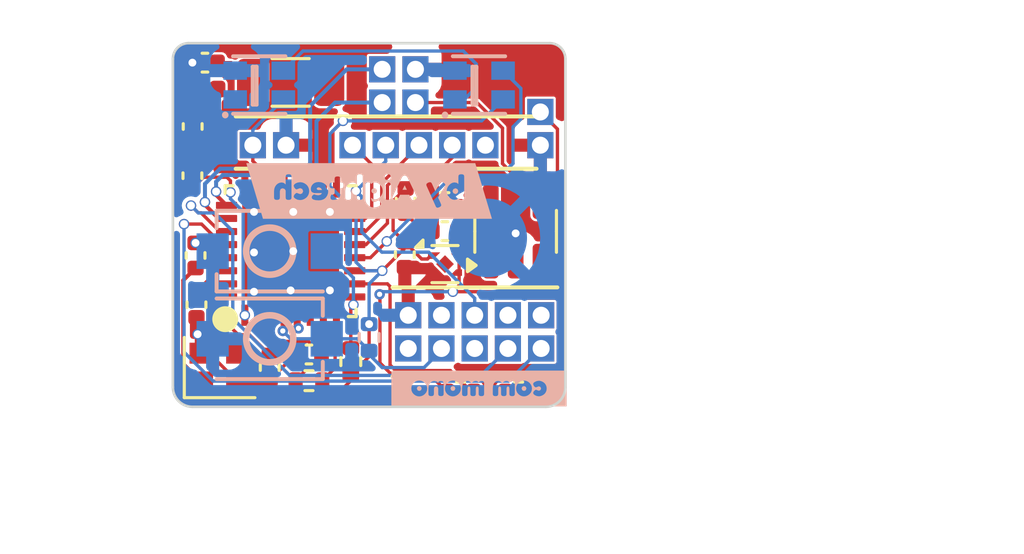
<source format=kicad_pcb>
(kicad_pcb (version 20240108) (generator "pcbnew") (generator_version "8.0")
  (title_block (title "Com. mono") (date "2024-09-02") (rev "1.0") (company "Aightech"))
  (layers (0 "F.Cu" signal "Front") (1 "In1.Cu" signal) (2 "In2.Cu" signal) (31 "B.Cu" signal "Back") (34 "B.Paste" user) (35 "F.Paste" user) (36 "B.SilkS" user "B.Silkscreen") (37 "F.SilkS" user "F.Silkscreen") (38 "B.Mask" user) (39 "F.Mask" user) (44 "Edge.Cuts" user))
  (net 0 "")
  (net 1 "GND")
  (net 2 "/antena")
  (net 3 "/PICO")
  (net 5 "/CSB")
  (net 6 "/extRef")
  (net 7 "/SPICS")
  (net 8 "+BATT")
  (net 9 "/LED_IN")
  (net 10 "+3.3V")
  (net 11 "/GPIO")
  (net 12 "/lna_in")
  (net 13 "/XTAL_N")
  (net 14 "/XTAL_P")
  (net 15 "/GPIO9")
  (net 16 "/GPIO8")
  (net 17 "/BAT_PRG")
  (net 18 "/ADC_BATT")
  (net 19 "Net-(U2-MTMS)")
  (net 20 "/ESP_EN")
  (net 21 "/USB_D-")
  (net 22 "/USB_D+")
  (net 23 "/U0RX")
  (net 24 "/U0TX")
  (net 25 "+5V")
  (net 26 "/STATUS_CHARGER")
  (net 28 "/EN_DRV")
  (net 32 "/PWM")
  (net 37 "Net-(LED1-DI)")
  (footprint "Connector_PinHeader_1.27mm:PinHeader_1x01_P1.27mm_Vertical" (layer "F.Cu") (at 31.585 25.395001 180)
    (property "Reference" "J4" (hide yes))
    (property "Value" "Conn_01x01_Pin" (hide yes))
    (pad "1" thru_hole rect (at 0 0 180) (size 1 1) (drill 0.65) (layers "*.Cu" "*.Mask") (net 25 "+5V"))
  )
  (footprint "Connector_PinHeader_1.27mm:PinHeader_1x01_P1.27mm_Vertical" (layer "F.Cu") (at 36.39 34.795)
    (property "Reference" "J17" (hide yes))
    (property "Value" "Conn_01x01_Pin" (hide yes))
    (pad "1" thru_hole rect (at 0 0) (size 1 1) (drill 0.65) (layers "*.Cu" "*.Mask") (net 24 "/U0TX"))
  )
  (footprint "Connector_PinHeader_1.27mm:PinHeader_1x01_P1.27mm_Vertical" (layer "F.Cu") (at 29.180001 27.025)
    (property "Reference" "J5" (hide yes))
    (property "Value" "Conn_01x01_Pin" (hide yes))
    (pad "1" thru_hole rect (at 0 0) (size 1 1) (drill 0.65) (layers "*.Cu" "*.Mask") (net 15 "/GPIO9"))
  )
  (footprint "Resistor_SMD:R_0402_1005Metric" (layer "F.Cu") (at 32.71 28.46)
    (property "Reference" "R2" (hide yes))
    (property "Value" "47.5k" (hide yes))
    (pad "1" smd roundrect (at -0.509999 0) (size 0.54 0.64) (layers "F.Cu" "F.Paste" "F.Mask") (net 1 "GND"))
    (pad "2" smd roundrect (at 0.509999 0) (size 0.54 0.64) (layers "F.Cu" "F.Paste" "F.Mask") (net 17 "/BAT_PRG"))
  )
  (footprint "00_custom-footprints:ESP32-C3FH4" (layer "F.Cu") (at 26.815 31.075 90)
    (property "Reference" "U2" (hide yes))
    (property "Value" "ESP32-C3FH4" (hide yes))
    (pad "1" smd roundrect (at -2.45 -1.749999 90) (size 0.81 0.27) (layers "F.Cu" "F.Paste" "F.Mask") (roundrect_rratio 0.03) (net 12 "/lna_in"))
    (pad "2" smd roundrect (at -2.45 -1.25 90) (size 0.81 0.27) (layers "F.Cu" "F.Paste" "F.Mask") (roundrect_rratio 0.03) (net 10 "+3.3V"))
    (pad "3" smd roundrect (at -2.450001 -0.75 90) (size 0.81 0.27) (layers "F.Cu" "F.Paste" "F.Mask") (roundrect_rratio 0.03) (net 10 "+3.3V"))
    (pad "4" smd roundrect (at -2.45 -0.25 90) (size 0.81 0.27) (layers "F.Cu" "F.Paste" "F.Mask") (roundrect_rratio 0.03) (net 11 "/GPIO"))
    (pad "5" smd roundrect (at -2.45 0.25 90) (size 0.81 0.27) (layers "F.Cu" "F.Paste" "F.Mask") (roundrect_rratio 0.03) (net 32 "/PWM"))
    (pad "6" smd roundrect (at -2.450001 0.75 90) (size 0.81 0.27) (layers "F.Cu" "F.Paste" "F.Mask") (roundrect_rratio 0.03) (net 20 "/ESP_EN"))
    (pad "7" smd roundrect (at -2.45 1.25 90) (size 0.81 0.27) (layers "F.Cu" "F.Paste" "F.Mask") (roundrect_rratio 0.03) (net 20 "/ESP_EN"))
    (pad "8" smd roundrect (at -2.45 1.749999 90) (size 0.81 0.27) (layers "F.Cu" "F.Paste" "F.Mask") (roundrect_rratio 0.03) (net 28 "/EN_DRV"))
    (pad "9" smd roundrect (at -1.749999 2.45 90) (size 0.27 0.81) (layers "F.Cu" "F.Paste" "F.Mask") (roundrect_rratio 0.1) (net 19 "Net-(U2-MTMS)"))
    (pad "10" smd roundrect (at -1.25 2.45 90) (size 0.27 0.81) (layers "F.Cu" "F.Paste" "F.Mask") (roundrect_rratio 0.1) (net 18 "/ADC_BATT"))
    (pad "11" smd roundrect (at -0.75 2.450001 90) (size 0.27 0.81) (layers "F.Cu" "F.Paste" "F.Mask") (roundrect_rratio 0.1) (net 10 "+3.3V"))
    (pad "12" smd roundrect (at -0.25 2.45 90) (size 0.27 0.81) (layers "F.Cu" "F.Paste" "F.Mask") (roundrect_rratio 0.1) (net 9 "/LED_IN"))
    (pad "13" smd roundrect (at 0.25 2.45 90) (size 0.27 0.81) (layers "F.Cu" "F.Paste" "F.Mask") (roundrect_rratio 0.1) (net 5 "/CSB"))
    (pad "14" smd roundrect (at 0.75 2.450001 90) (size 0.27 0.81) (layers "F.Cu" "F.Paste" "F.Mask") (roundrect_rratio 0.1) (net 16 "/GPIO8"))
    (pad "15" smd roundrect (at 1.25 2.45 90) (size 0.27 0.81) (layers "F.Cu" "F.Paste" "F.Mask") (roundrect_rratio 0.1) (net 15 "/GPIO9"))
    (pad "16" smd roundrect (at 1.749999 2.45 90) (size 0.27 0.81) (layers "F.Cu" "F.Paste" "F.Mask") (roundrect_rratio 0.1) (net 3 "/PICO"))
    (pad "17" smd roundrect (at 2.45 1.749999 90) (size 0.81 0.27) (layers "F.Cu" "F.Paste" "F.Mask") (roundrect_rratio 0.03) (net 10 "+3.3V"))
    (pad "18" smd roundrect (at 2.45 1.25 90) (size 0.81 0.27) (layers "F.Cu" "F.Paste" "F.Mask") (roundrect_rratio 0.03))
    (pad "19" smd roundrect (at 2.450001 0.75 90) (size 0.81 0.27) (layers "F.Cu" "F.Paste" "F.Mask") (roundrect_rratio 0.03))
    (pad "20" smd roundrect (at 2.45 0.25 90) (size 0.81 0.27) (layers "F.Cu" "F.Paste" "F.Mask") (roundrect_rratio 0.03))
    (pad "21" smd roundrect (at 2.45 -0.25 90) (size 0.81 0.27) (layers "F.Cu" "F.Paste" "F.Mask") (roundrect_rratio 0.03))
    (pad "22" smd roundrect (at 2.450001 -0.75 90) (size 0.81 0.27) (layers "F.Cu" "F.Paste" "F.Mask") (roundrect_rratio 0.03))
    (pad "23" smd roundrect (at 2.45 -1.25 90) (size 0.81 0.27) (layers "F.Cu" "F.Paste" "F.Mask") (roundrect_rratio 0.03))
    (pad "24" smd roundrect (at 2.45 -1.749999 90) (size 0.81 0.27) (layers "F.Cu" "F.Paste" "F.Mask") (roundrect_rratio 0.03))
    (pad "25" smd roundrect (at 1.749999 -2.45 90) (size 0.27 0.81) (layers "F.Cu" "F.Paste" "F.Mask") (roundrect_rratio 0.1) (net 21 "/USB_D-"))
    (pad "26" smd roundrect (at 1.25 -2.45 90) (size 0.27 0.81) (layers "F.Cu" "F.Paste" "F.Mask") (roundrect_rratio 0.1) (net 22 "/USB_D+"))
    (pad "27" smd roundrect (at 0.75 -2.450001 90) (size 0.27 0.81) (layers "F.Cu" "F.Paste" "F.Mask") (roundrect_rratio 0.1) (net 23 "/U0RX"))
    (pad "28" smd roundrect (at 0.25 -2.45 90) (size 0.27 0.81) (layers "F.Cu" "F.Paste" "F.Mask") (roundrect_rratio 0.1) (net 24 "/U0TX"))
    (pad "29" smd roundrect (at -0.25 -2.45 90) (size 0.27 0.81) (layers "F.Cu" "F.Paste" "F.Mask") (roundrect_rratio 0.1) (net 13 "/XTAL_N"))
    (pad "30" smd roundrect (at -0.75 -2.450001 90) (size 0.27 0.81) (layers "F.Cu" "F.Paste" "F.Mask") (roundrect_rratio 0.1) (net 14 "/XTAL_P"))
    (pad "31" smd roundrect (at -1.25 -2.45 90) (size 0.27 0.81) (layers "F.Cu" "F.Paste" "F.Mask") (roundrect_rratio 0.1) (net 10 "+3.3V"))
    (pad "32" smd roundrect (at -1.749999 -2.45 90) (size 0.27 0.81) (layers "F.Cu" "F.Paste" "F.Mask") (roundrect_rratio 0.1) (net 10 "+3.3V"))
    (pad "33" smd rect (at 0 0 90) (size 3.7 3.7) (layers "F.Cu" "F.Mask") (net 1 "GND"))
  )
  (footprint "Capacitor_SMD:C_0402_1005Metric" (layer "F.Cu") (at 31.21 29.16 -90)
    (property "Reference" "C10" (hide yes))
    (property "Value" "0.1uF" (hide yes))
    (pad "1" smd roundrect (at -0.48 0 270) (size 0.56 0.62) (layers "F.Cu" "F.Paste" "F.Mask") (net 10 "+3.3V"))
    (pad "2" smd roundrect (at 0.48 0 270) (size 0.56 0.62) (layers "F.Cu" "F.Paste" "F.Mask") (net 1 "GND"))
  )
  (footprint "Package_TO_SOT_SMD:SOT-23-5" (layer "F.Cu") (at 35.415 30.31875 90)
    (property "Reference" "U1" (hide yes))
    (property "Value" "MCP73831/2" (hide yes))
    (pad "1" smd roundrect (at -1.1375 -0.949999 90) (size 1.325 0.6) (layers "F.Cu" "F.Paste" "F.Mask") (net 26 "/STATUS_CHARGER"))
    (pad "2" smd roundrect (at -1.1375 0 90) (size 1.325 0.6) (layers "F.Cu" "F.Paste" "F.Mask") (net 1 "GND"))
    (pad "3" smd roundrect (at -1.1375 0.949999 90) (size 1.325 0.6) (layers "F.Cu" "F.Paste" "F.Mask") (net 8 "+BATT"))
    (pad "4" smd roundrect (at 1.1375 0.949999 90) (size 1.325 0.6) (layers "F.Cu" "F.Paste" "F.Mask") (net 25 "+5V"))
    (pad "5" smd roundrect (at 1.1375 -0.949999 90) (size 1.325 0.6) (layers "F.Cu" "F.Paste" "F.Mask") (net 17 "/BAT_PRG"))
  )
  (footprint "Capacitor_SMD:C_0402_1005Metric" (layer "F.Cu") (at 23.54 23.87 180)
    (property "Reference" "C1" (hide yes))
    (property "Value" "3.3pF" (hide yes))
    (pad "1" smd roundrect (at -0.48 0 180) (size 0.56 0.62) (layers "F.Cu" "F.Paste" "F.Mask") (net 2 "/antena"))
    (pad "2" smd roundrect (at 0.48 0 180) (size 0.56 0.62) (layers "F.Cu" "F.Paste" "F.Mask") (net 1 "GND"))
  )
  (footprint "Connector_PinHeader_1.27mm:PinHeader_1x01_P1.27mm_Vertical" (layer "F.Cu") (at 31.31 33.525)
    (property "Reference" "J22" (hide yes))
    (property "Value" "Conn_01x01_Pin" (hide yes))
    (pad "1" thru_hole rect (at 0 0) (size 1 1) (drill 0.65) (layers "*.Cu" "*.Mask") (net 1 "GND"))
  )
  (footprint "Inductor_SMD:L_0402_1005Metric" (layer "F.Cu") (at 23.54 24.88)
    (property "Reference" "L1" (hide yes))
    (property "Value" "2.2nH" (hide yes))
    (pad "1" smd roundrect (at -0.485 0) (size 0.59 0.64) (layers "F.Cu" "F.Paste" "F.Mask") (net 2 "/antena"))
    (pad "2" smd roundrect (at 0.485 0) (size 0.59 0.64) (layers "F.Cu" "F.Paste" "F.Mask") (net 12 "/lna_in"))
  )
  (footprint "Capacitor_SMD:C_0402_1005Metric" (layer "F.Cu") (at 32.71 29.39 180)
    (property "Reference" "C2" (hide yes))
    (property "Value" "1uF" (hide yes))
    (pad "1" smd roundrect (at -0.48 0 180) (size 0.56 0.62) (layers "F.Cu" "F.Paste" "F.Mask") (net 8 "+BATT"))
    (pad "2" smd roundrect (at 0.48 0 180) (size 0.56 0.62) (layers "F.Cu" "F.Paste" "F.Mask") (net 1 "GND"))
  )
  (footprint "Resistor_SMD:R_0402_1005Metric" (layer "F.Cu") (at 27.515 36.025 180)
    (property "Reference" "R5" (hide yes))
    (property "Value" "10k" (hide yes))
    (pad "1" smd roundrect (at -0.509999 0 180) (size 0.54 0.64) (layers "F.Cu" "F.Paste" "F.Mask") (net 20 "/ESP_EN"))
    (pad "2" smd roundrect (at 0.509999 0 180) (size 0.54 0.64) (layers "F.Cu" "F.Paste" "F.Mask") (net 10 "+3.3V"))
  )
  (footprint "Resistor_SMD:R_0402_1005Metric" (layer "F.Cu") (at 35.53 36.46)
    (property "Reference" "R6" (hide yes))
    (property "Value" "250K" (hide yes))
    (pad "1" smd roundrect (at -0.509999 0) (size 0.54 0.64) (layers "F.Cu" "F.Paste" "F.Mask") (net 18 "/ADC_BATT"))
    (pad "2" smd roundrect (at 0.509999 0) (size 0.54 0.64) (layers "F.Cu" "F.Paste" "F.Mask") (net 1 "GND"))
  )
  (footprint "Capacitor_SMD:C_0402_1005Metric" (layer "F.Cu") (at 31.18 31.21 -90)
    (property "Reference" "C9" (hide yes))
    (property "Value" "1uF" (hide yes))
    (pad "1" smd roundrect (at -0.48 0 270) (size 0.56 0.62) (layers "F.Cu" "F.Paste" "F.Mask") (net 10 "+3.3V"))
    (pad "2" smd roundrect (at 0.48 0 270) (size 0.56 0.62) (layers "F.Cu" "F.Paste" "F.Mask") (net 1 "GND"))
  )
  (footprint "Connector_PinHeader_1.27mm:PinHeader_1x01_P1.27mm_Vertical" (layer "F.Cu") (at 26.640001 27.025 180)
    (property "Reference" "J2" (hide yes))
    (property "Value" "Conn_01x01_Pin" (hide yes))
    (pad "1" thru_hole rect (at 0 0 180) (size 1 1) (drill 0.65) (layers "*.Cu" "*.Mask") (net 1 "GND"))
  )
  (footprint "Connector_PinHeader_1.27mm:PinHeader_1x01_P1.27mm_Vertical" (layer "F.Cu") (at 35.12 33.525 180)
    (property "Reference" "J12" (hide yes))
    (property "Value" "Conn_01x01_Pin" (hide yes))
    (pad "1" thru_hole rect (at 0 0 180) (size 1 1) (drill 0.65) (layers "*.Cu" "*.Mask") (net 15 "/GPIO9"))
  )
  (footprint "Connector_PinHeader_1.27mm:PinHeader_1x01_P1.27mm_Vertical" (layer "F.Cu") (at 32.990001 27.025)
    (property "Reference" "J8" (hide yes))
    (property "Value" "Conn_01x01_Pin" (hide yes))
    (pad "1" thru_hole rect (at 0 0) (size 1 1) (drill 0.65) (layers "*.Cu" "*.Mask") (net 5 "/CSB"))
  )
  (footprint "Connector_PinHeader_1.27mm:PinHeader_1x01_P1.27mm_Vertical" (layer "F.Cu") (at 25.370001 27.025)
    (property "Reference" "J1" (hide yes))
    (property "Value" "Conn_01x01_Pin" (hide yes))
    (pad "1" thru_hole rect (at 0 0) (size 1 1) (drill 0.65) (layers "*.Cu" "*.Mask") (net 10 "+3.3V"))
  )
  (footprint "Connector_PinHeader_1.27mm:PinHeader_1x01_P1.27mm_Vertical" (layer "F.Cu") (at 30.315 25.395)
    (property "Reference" "J23" (hide yes))
    (property "Value" "Conn_01x01_Pin" (hide yes))
    (pad "1" thru_hole rect (at 0 0) (size 1 1) (drill 0.65) (layers "*.Cu" "*.Mask") (net 21 "/USB_D-"))
  )
  (footprint "Connector_PinHeader_1.27mm:PinHeader_1x01_P1.27mm_Vertical" (layer "F.Cu") (at 33.85 34.795)
    (property "Reference" "J15" (hide yes))
    (property "Value" "Conn_01x01_Pin" (hide yes))
    (pad "1" thru_hole rect (at 0 0) (size 1 1) (drill 0.65) (layers "*.Cu" "*.Mask") (net 7 "/SPICS"))
  )
  (footprint "Connector_PinHeader_1.27mm:PinHeader_1x01_P1.27mm_Vertical" (layer "F.Cu") (at 36.360001 25.755 180)
    (property "Reference" "J24" (hide yes))
    (property "Value" "Conn_01x01_Pin" (hide yes))
    (pad "1" thru_hole rect (at 0 0 180) (size 1 1) (drill 0.65) (layers "*.Cu" "*.Mask") (net 8 "+BATT"))
  )
  (footprint "Connector_PinHeader_1.27mm:PinHeader_1x01_P1.27mm_Vertical" (layer "F.Cu") (at 32.58 33.525 180)
    (property "Reference" "J14" (hide yes))
    (property "Value" "Conn_01x01_Pin" (hide yes))
    (pad "1" thru_hole rect (at 0 0 180) (size 1 1) (drill 0.65) (layers "*.Cu" "*.Mask") (net 16 "/GPIO8"))
  )
  (footprint "Capacitor_SMD:C_0402_1005Metric" (layer "F.Cu") (at 23.07 26.31 -90)
    (property "Reference" "C12" (hide yes))
    (property "Value" "3.3pF" (hide yes))
    (pad "1" smd roundrect (at -0.48 0 270) (size 0.56 0.62) (layers "F.Cu" "F.Paste" "F.Mask") (net 2 "/antena"))
    (pad "2" smd roundrect (at 0.48 0 270) (size 0.56 0.62) (layers "F.Cu" "F.Paste" "F.Mask") (net 12 "/lna_in"))
  )
  (footprint "Capacitor_SMD:C_0402_1005Metric" (layer "F.Cu") (at 23.06 28.19 90)
    (property "Reference" "C3" (hide yes))
    (property "Value" "3.3pF" (hide yes))
    (pad "1" smd roundrect (at -0.48 0 90) (size 0.56 0.62) (layers "F.Cu" "F.Paste" "F.Mask") (net 12 "/lna_in"))
    (pad "2" smd roundrect (at 0.48 0 90) (size 0.56 0.62) (layers "F.Cu" "F.Paste" "F.Mask") (net 1 "GND"))
  )
  (footprint "Connector_PinHeader_1.27mm:PinHeader_1x01_P1.27mm_Vertical" (layer "F.Cu") (at 31.585 24.125 180)
    (property "Reference" "J26" (hide yes))
    (property "Value" "Conn_01x01_Pin" (hide yes))
    (pad "1" thru_hole rect (at 0 0 180) (size 1 1) (drill 0.65) (layers "*.Cu" "*.Mask") (net 1 "GND"))
  )
  (footprint "Connector_PinHeader_1.27mm:PinHeader_1x01_P1.27mm_Vertical" (layer "F.Cu") (at 31.31 34.795)
    (property "Reference" "J18" (hide yes))
    (property "Value" "Conn_01x01_Pin" (hide yes))
    (pad "1" thru_hole rect (at 0 0) (size 1 1) (drill 0.65) (layers "*.Cu" "*.Mask") (net 32 "/PWM"))
  )
  (footprint "Connector_PinHeader_1.27mm:PinHeader_1x01_P1.27mm_Vertical" (layer "F.Cu") (at 33.850001 33.525 180)
    (property "Reference" "J13" (hide yes))
    (property "Value" "Conn_01x01_Pin" (hide yes))
    (pad "1" thru_hole rect (at 0 0 180) (size 1 1) (drill 0.65) (layers "*.Cu" "*.Mask") (net 3 "/PICO"))
  )
  (footprint "Connector_PinHeader_1.27mm:PinHeader_1x01_P1.27mm_Vertical" (layer "F.Cu") (at 30.315 24.125)
    (property "Reference" "J10" (hide yes))
    (property "Value" "Conn_01x01_Pin" (hide yes))
    (pad "1" thru_hole rect (at 0 0) (size 1 1) (drill 0.65) (layers "*.Cu" "*.Mask") (net 22 "/USB_D+"))
  )
  (footprint "Capacitor_SMD:C_0402_1005Metric" (layer "F.Cu") (at 26.015 35.525 -90)
    (property "Reference" "C7" (hide yes))
    (property "Value" "0.1uF" (hide yes))
    (pad "1" smd roundrect (at -0.48 0 270) (size 0.56 0.62) (layers "F.Cu" "F.Paste" "F.Mask") (net 10 "+3.3V"))
    (pad "2" smd roundrect (at 0.48 0 270) (size 0.56 0.62) (layers "F.Cu" "F.Paste" "F.Mask") (net 1 "GND"))
  )
  (footprint "Connector_PinHeader_1.27mm:PinHeader_1x01_P1.27mm_Vertical" (layer "F.Cu") (at 31.720001 27.025)
    (property "Reference" "J7" (hide yes))
    (property "Value" "Conn_01x01_Pin" (hide yes))
    (pad "1" thru_hole rect (at 0 0) (size 1 1) (drill 0.65) (layers "*.Cu" "*.Mask") (net 16 "/GPIO8"))
  )
  (footprint "Connector_PinHeader_1.27mm:PinHeader_1x01_P1.27mm_Vertical" (layer "F.Cu") (at 32.58 34.795)
    (property "Reference" "J21" (hide yes))
    (property "Value" "Conn_01x01_Pin" (hide yes))
    (pad "1" thru_hole rect (at 0 0) (size 1 1) (drill 0.65) (layers "*.Cu" "*.Mask") (net 11 "/GPIO"))
  )
  (footprint "Capacitor_SMD:C_0402_1005Metric" (layer "F.Cu") (at 27.515 35.025 180)
    (property "Reference" "C6" (hide yes))
    (property "Value" "10uF" (hide yes))
    (pad "1" smd roundrect (at -0.48 0 180) (size 0.56 0.62) (layers "F.Cu" "F.Paste" "F.Mask") (net 10 "+3.3V"))
    (pad "2" smd roundrect (at 0.48 0 180) (size 0.56 0.62) (layers "F.Cu" "F.Paste" "F.Mask") (net 1 "GND"))
  )
  (footprint "Connector_PinHeader_1.27mm:PinHeader_1x01_P1.27mm_Vertical" (layer "F.Cu") (at 35.12 34.795)
    (property "Reference" "J16" (hide yes))
    (property "Value" "Conn_01x01_Pin" (hide yes))
    (pad "1" thru_hole rect (at 0 0) (size 1 1) (drill 0.65) (layers "*.Cu" "*.Mask") (net 23 "/U0RX"))
  )
  (footprint "Resistor_SMD:R_0402_1005Metric" (layer "F.Cu") (at 33.31 36.46 180)
    (property "Reference" "R3" (hide yes))
    (property "Value" "1M" (hide yes))
    (pad "1" smd roundrect (at -0.509999 0 180) (size 0.54 0.64) (layers "F.Cu" "F.Paste" "F.Mask") (net 18 "/ADC_BATT"))
    (pad "2" smd roundrect (at 0.509999 0 180) (size 0.54 0.64) (layers "F.Cu" "F.Paste" "F.Mask") (net 8 "+BATT"))
  )
  (footprint "Resistor_SMD:R_0402_1005Metric" (layer "F.Cu") (at 29.115 35.295 90)
    (property "Reference" "R4" (hide yes))
    (property "Value" "10k" (hide yes))
    (pad "1" smd roundrect (at -0.509999 0 90) (size 0.54 0.64) (layers "F.Cu" "F.Paste" "F.Mask") (net 10 "+3.3V"))
    (pad "2" smd roundrect (at 0.509999 0 90) (size 0.54 0.64) (layers "F.Cu" "F.Paste" "F.Mask") (net 19 "Net-(U2-MTMS)"))
  )
  (footprint "Capacitor_SMD:C_0402_1005Metric" (layer "F.Cu") (at 23.18 31.24 90)
    (property "Reference" "C4" (hide yes))
    (property "Value" "22pF" (hide yes))
    (pad "1" smd roundrect (at -0.48 0 90) (size 0.56 0.62) (layers "F.Cu" "F.Paste" "F.Mask") (net 13 "/XTAL_N"))
    (pad "2" smd roundrect (at 0.48 0 90) (size 0.56 0.62) (layers "F.Cu" "F.Paste" "F.Mask") (net 1 "GND"))
  )
  (footprint "Package_DFN_QFN:UDFN-4-1EP_1x1mm_P0.65mm_EP0.48x0.48mm" (layer "F.Cu") (at 32.715 31.57)
    (property "Reference" "U3" (hide yes))
    (property "Value" "MIC5504" (hide yes))
    (pad "1" smd custom (at -0.54 -0.325) (size 0.22 0.25) (layers "F.Cu" "F.Paste" "F.Mask") (net 10 "+3.3V") (options (clearance outline) (anchor rect)) (primitives (gr_poly (pts (xy 0.11 0.125) (xy 0.11 -0.125) (xy 0.36 -0.125)) (width 0) (fill yes))))
    (pad "2" smd custom (at -0.54 0.325) (size 0.22 0.25) (layers "F.Cu" "F.Paste" "F.Mask") (net 1 "GND") (options (clearance outline) (anchor rect)) (primitives (gr_poly (pts (xy 0.29 0.055) (xy 0.29 0.125) (xy 0.11 0.125) (xy 0.11 -0.125)) (width 0) (fill yes))))
    (pad "3" smd custom (at 0.54 0.325) (size 0.22 0.25) (layers "F.Cu" "F.Paste" "F.Mask") (net 8 "+BATT") (options (clearance outline) (anchor rect)) (primitives (gr_poly (pts (xy -0.11 0.125) (xy -0.29 0.125) (xy -0.29 0.055) (xy -0.11 -0.125)) (width 0) (fill yes))))
    (pad "4" smd custom (at 0.54 -0.325) (size 0.22 0.25) (layers "F.Cu" "F.Paste" "F.Mask") (net 8 "+BATT") (options (clearance outline) (anchor rect)) (primitives (gr_poly (pts (xy -0.11 0.125) (xy -0.29 -0.055) (xy -0.29 -0.125) (xy -0.11 -0.125)) (width 0) (fill yes))))
    (pad "5" smd rect (at 0 0 45) (size 0.48 0.48) (layers "F.Cu" "F.Paste" "F.Mask"))
  )
  (footprint "Crystal:Crystal_SMD_2016-4Pin_2.0x1.6mm" (layer "F.Cu") (at 24.100001 35.525)
    (property "Reference" "Y1" (hide yes))
    (property "Value" "XTAL_40MHz" (hide yes))
    (pad "1" smd rect (at -0.7 0.55) (size 0.9 0.8) (layers "F.Cu" "F.Paste" "F.Mask") (net 13 "/XTAL_N"))
    (pad "2" smd rect (at 0.7 0.55) (size 0.9 0.8) (layers "F.Cu" "F.Paste" "F.Mask") (net 1 "GND"))
    (pad "3" smd rect (at 0.7 -0.55) (size 0.9 0.8) (layers "F.Cu" "F.Paste" "F.Mask") (net 14 "/XTAL_P"))
    (pad "4" smd rect (at -0.7 -0.55) (size 0.9 0.8) (layers "F.Cu" "F.Paste" "F.Mask") (net 1 "GND"))
  )
  (footprint "Connector_PinHeader_1.27mm:PinHeader_1x01_P1.27mm_Vertical" (layer "F.Cu") (at 36.39 33.525 180)
    (property "Reference" "J11" (hide yes))
    (property "Value" "Conn_01x01_Pin" (hide yes))
    (pad "1" thru_hole rect (at 0 0 180) (size 1 1) (drill 0.65) (layers "*.Cu" "*.Mask") (net 10 "+3.3V"))
  )
  (footprint "Connector_PinHeader_1.27mm:PinHeader_1x01_P1.27mm_Vertical" (layer "F.Cu") (at 36.360001 27.025)
    (property "Reference" "J25" (hide yes))
    (property "Value" "Conn_01x01_Pin" (hide yes))
    (pad "1" thru_hole rect (at 0 0) (size 1 1) (drill 0.65) (layers "*.Cu" "*.Mask") (net 1 "GND"))
  )
  (footprint "Capacitor_SMD:C_0402_1005Metric" (layer "F.Cu") (at 32.71 30.31 180)
    (property "Reference" "C8" (hide yes))
    (property "Value" "1uF" (hide yes))
    (pad "1" smd roundrect (at -0.48 0 180) (size 0.56 0.62) (layers "F.Cu" "F.Paste" "F.Mask") (net 8 "+BATT"))
    (pad "2" smd roundrect (at 0.48 0 180) (size 0.56 0.62) (layers "F.Cu" "F.Paste" "F.Mask") (net 1 "GND"))
  )
  (footprint "Capacitor_SMD:C_0402_1005Metric" (layer "F.Cu") (at 23.215 33.125 -90)
    (property "Reference" "C5" (hide yes))
    (property "Value" "22pF" (hide yes))
    (pad "1" smd roundrect (at -0.48 0 270) (size 0.56 0.62) (layers "F.Cu" "F.Paste" "F.Mask") (net 14 "/XTAL_P"))
    (pad "2" smd roundrect (at 0.48 0 270) (size 0.56 0.62) (layers "F.Cu" "F.Paste" "F.Mask") (net 1 "GND"))
  )
  (footprint "Connector_PinHeader_1.27mm:PinHeader_1x01_P1.27mm_Vertical" (layer "F.Cu") (at 30.450001 27.025)
    (property "Reference" "J6" (hide yes))
    (property "Value" "Conn_01x01_Pin" (hide yes))
    (pad "1" thru_hole rect (at 0 0) (size 1 1) (drill 0.65) (layers "*.Cu" "*.Mask") (net 3 "/PICO"))
  )
  (footprint "Connector_PinHeader_1.27mm:PinHeader_1x01_P1.27mm_Vertical" (layer "F.Cu") (at 34.260001 27.025)
    (property "Reference" "J9" (hide yes))
    (property "Value" "Conn_01x01_Pin" (hide yes))
    (pad "1" thru_hole rect (at 0 0) (size 1 1) (drill 0.65) (layers "*.Cu" "*.Mask") (net 6 "/extRef"))
  )
  (footprint "Capacitor_SMD:C_1206_3216Metric" (layer "F.Cu") (at 26.815 24.625)
    (property "Reference" "AE1" (hide yes))
    (property "Value" "Antenna_Chip" (hide yes))
    (pad "1" smd roundrect (at -1.475001 0) (size 1.15 1.8) (layers "F.Cu" "F.Paste" "F.Mask") (roundrect_rratio 0.217391) (net 2 "/antena"))
    (pad "2" smd roundrect (at 1.475001 0) (size 1.15 1.8) (layers "F.Cu" "F.Paste" "F.Mask") (roundrect_rratio 0.217391))
  )
  (footprint "kibuzzard-66D6133A" (layer "B.Cu") (at 34.015 36.325 180)
    (property "Reference" "kibuzzard-66D6133A" (hide yes))
    (property "Value" "G***" (hide yes))
  )
  (footprint "00_lcsc:LED-SMD_4P-L2.0-W2.0-TL_WS2812B-2020" (layer "B.Cu") (at 25.615 24.725)
    (property "Reference" "LED1" (hide yes))
    (property "Value" "WS2812C-2020-V1" (hide yes))
    (pad "1" smd rect (at -0.92 0.55) (size 0.9 0.7) (layers "B.Cu" "B.Paste" "B.Mask"))
    (pad "2" smd rect (at -0.92 -0.55) (size 0.9 0.7) (layers "B.Cu" "B.Paste" "B.Mask") (net 1 "GND"))
    (pad "3" smd rect (at 0.92 -0.55) (size 0.9 0.7) (layers "B.Cu" "B.Paste" "B.Mask") (net 37 "Net-(LED1-DI)"))
    (pad "4" smd rect (at 0.92 0.55) (size 0.9 0.7) (layers "B.Cu" "B.Paste" "B.Mask") (net 10 "+3.3V"))
  )
  (footprint "00_Custom:insert_1.2mm" (layer "B.Cu") (at 34.349999 30.56875 180)
    (property "Reference" "I1" (hide yes))
    (property "Value" "smd_insert" (hide yes))
    (pad "1" smd circle (at 0 0 180) (size 3 3) (layers "B.Cu" "B.Mask") (net 1 "GND"))
  )
  (footprint "00_lcsc:LED-SMD_4P-L2.0-W2.0-TL_WS2812B-2020" (layer "B.Cu") (at 34.015 24.725)
    (property "Reference" "LED2" (hide yes))
    (property "Value" "WS2812C" (hide yes))
    (pad "1" smd rect (at -0.92 0.55) (size 0.9 0.7) (layers "B.Cu" "B.Paste" "B.Mask") (net 37 "Net-(LED1-DI)"))
    (pad "2" smd rect (at -0.92 -0.55) (size 0.9 0.7) (layers "B.Cu" "B.Paste" "B.Mask") (net 1 "GND"))
    (pad "3" smd rect (at 0.92 -0.55) (size 0.9 0.7) (layers "B.Cu" "B.Paste" "B.Mask") (net 9 "/LED_IN"))
    (pad "4" smd rect (at 0.92 0.55) (size 0.9 0.7) (layers "B.Cu" "B.Paste" "B.Mask") (net 10 "+3.3V"))
  )
  (footprint "Resistor_SMD:R_0402_1005Metric" (layer "B.Cu") (at 29.815 34.375 -90)
    (property "Reference" "R1" (hide yes))
    (property "Value" "10K" (hide yes))
    (pad "1" smd roundrect (at -0.509999 0 270) (size 0.54 0.64) (layers "B.Cu" "B.Paste" "B.Mask") (net 10 "+3.3V"))
    (pad "2" smd roundrect (at 0.509999 0 270) (size 0.54 0.64) (layers "B.Cu" "B.Paste" "B.Mask") (net 11 "/GPIO"))
  )
  (footprint "00_lcsc:SW-SMD_L3.9-W3.0-P4.45" (layer "B.Cu") (at 26.015 31.075)
    (property "Reference" "SW2" (hide yes))
    (property "Value" "~" (hide yes))
    (pad "1" smd rect (at -2.18 0) (size 1.23 1.36) (layers "B.Cu" "B.Paste" "B.Mask") (net 1 "GND"))
    (pad "2" smd rect (at 2.18 0) (size 1.23 1.36) (layers "B.Cu" "B.Paste" "B.Mask") (net 19 "Net-(U2-MTMS)"))
  )
  (footprint "kibuzzard-658C2757" (layer "B.Cu") (at 29.815 28.775 180)
    (property "Reference" "kibuzzard-658C2757" (hide yes))
    (property "Value" "G***" (hide yes))
  )
  (footprint "00_lcsc:SW-SMD_L3.9-W3.0-P4.45" (layer "B.Cu") (at 26.015 34.425 180)
    (property "Reference" "SW1" (hide yes))
    (property "Value" "TS-1088R-02026" (hide yes))
    (pad "1" smd rect (at -2.18 0 180) (size 1.23 1.36) (layers "B.Cu" "B.Paste" "B.Mask") (net 11 "/GPIO"))
    (pad "2" smd rect (at 2.18 0 180) (size 1.23 1.36) (layers "B.Cu" "B.Paste" "B.Mask") (net 1 "GND"))
  )
  (gr_line (start 30.71 32.46) (end 37.01 32.46) (stroke (width 0.1524)) (layer "F.SilkS"))
  (gr_line (start 30.71 35.86) (end 37.01 35.86) (stroke (width 0.1524)) (layer "F.SilkS"))
  (gr_line (start 24.715 25.925) (end 36.215 25.925) (stroke (width 0.1524)) (layer "F.SilkS"))
  (gr_line (start 24.715 27.925) (end 36.215 27.925) (stroke (width 0.1524)) (layer "F.SilkS"))
  (gr_line (start 22.315 23.725) (end 22.315001 36.275) (stroke (width 0.1)) (layer "Edge.Cuts"))
  (gr_line (start 36.715 23.125) (end 22.915 23.125) (stroke (width 0.1)) (layer "Edge.Cuts"))
  (gr_line (start 23.065 37.025) (end 36.565 37.025) (stroke (width 0.1)) (layer "Edge.Cuts"))
  (gr_arc (start 37.315 36.275) (mid 37.09533 36.80533) (end 36.565 37.025) (stroke (width 0.1)) (layer "Edge.Cuts"))
  (gr_arc (start 23.065 37.025) (mid 22.53467 36.80533) (end 22.315001 36.275) (stroke (width 0.1)) (layer "Edge.Cuts"))
  (gr_line (start 37.315 23.725) (end 37.315 36.275) (stroke (width 0.1)) (layer "Edge.Cuts"))
  (gr_arc (start 36.715 23.125) (mid 37.139264 23.300736) (end 37.315 23.725) (stroke (width 0.1)) (layer "Edge.Cuts"))
  (gr_arc (start 22.315 23.725) (mid 22.490736 23.300736) (end 22.915 23.125) (stroke (width 0.1)) (layer "Edge.Cuts"))
  (segment (start 25.945 36.075) (end 26.015 36.005) (width 0.127) (layer "F.Cu") (net 1))
  (segment (start 32.23 30.31) (end 32.23 29.39) (width 0.127) (layer "F.Cu") (net 1))
  (segment (start 26.515 25.925) (end 26.640001 26.050001) (width 0.127) (layer "F.Cu") (net 1))
  (segment (start 23.06 27.71) (end 23.17 27.71) (width 0.127) (layer "F.Cu") (net 1))
  (segment (start 34.339621 27.96) (end 35.415 29.035379) (width 0.127) (layer "F.Cu") (net 1))
  (segment (start 26.995 35.025) (end 27.035 35.025) (width 0.127) (layer "F.Cu") (net 1))
  (segment (start 23.26 34.25) (end 23.215 34.205) (width 0.127) (layer "F.Cu") (net 1))
  (segment (start 31.88 30.31) (end 32.23 30.31) (width 0.127) (layer "F.Cu") (net 1))
  (segment (start 26.640001 26.050001) (end 26.640001 27.025) (width 0.127) (layer "F.Cu") (net 1))
  (segment (start 32.46 28.46) (end 32.96 27.96) (width 0.127) (layer "F.Cu") (net 1))
  (segment (start 32.96 27.96) (end 34.339621 27.96) (width 0.127) (layer "F.Cu") (net 1))
  (segment (start 31.21 29.64) (end 31.88 30.31) (width 0.127) (layer "F.Cu") (net 1))
  (segment (start 23.17 27.71) (end 24.955 25.925) (width 0.127) (layer "F.Cu") (net 1))
  (segment (start 35.415 31.45625) (end 35.415 30.395) (width 0.127) (layer "F.Cu") (net 1))
  (segment (start 32.200001 28.46) (end 32.46 28.46) (width 0.127) (layer "F.Cu") (net 1))
  (segment (start 31.18 31.69) (end 31.385 31.895) (width 0.127) (layer "F.Cu") (net 1))
  (segment (start 32.200001 28.46) (end 32.200001 29.360001) (width 0.127) (layer "F.Cu") (net 1))
  (segment (start 26.015 36.005) (end 26.995 35.025) (width 0.127) (layer "F.Cu") (net 1))
  (segment (start 31.31 32.76) (end 32.175 31.895) (width 0.127) (layer "F.Cu") (net 1))
  (segment (start 35.415 29.035379) (end 35.415 31.45625) (width 0.127) (layer "F.Cu") (net 1))
  (segment (start 32.200001 29.360001) (end 32.23 29.39) (width 0.127) (layer "F.Cu") (net 1))
  (segment (start 23.400001 34.975) (end 23.700001 34.975) (width 0.127) (layer "F.Cu") (net 1))
  (segment (start 23.215 34.205) (end 23.215 33.605) (width 0.127) (layer "F.Cu") (net 1))
  (segment (start 24.955 25.925) (end 26.515 25.925) (width 0.127) (layer "F.Cu") (net 1))
  (segment (start 23.700001 34.975) (end 24.800001 36.075) (width 0.127) (layer "F.Cu") (net 1))
  (segment (start 31.385 31.895) (end 32.175 31.895) (width 0.127) (layer "F.Cu") (net 1))
  (segment (start 24.800001 36.075) (end 25.945 36.075) (width 0.127) (layer "F.Cu") (net 1))
  (segment (start 31.31 33.525) (end 31.31 32.76) (width 0.127) (layer "F.Cu") (net 1))
  (via (at 28.315 29.575) (size 0.4) (drill 0.3) (layers "F.Cu" "B.Cu") (net 1))
  (via (at 23.06 23.87) (size 0.4) (drill 0.3) (layers "F.Cu" "B.Cu") (net 1))
  (via (at 25.415 29.575) (size 0.4) (drill 0.3) (layers "F.Cu" "B.Cu") (net 1))
  (via (at 23.26 34.25) (size 0.4) (drill 0.3) (layers "F.Cu" "B.Cu") (net 1))
  (via (at 28.315 32.575) (size 0.4) (drill 0.3) (layers "F.Cu" "B.Cu") (net 1))
  (via (at 26.915 31.075) (size 0.4) (drill 0.3) (layers "F.Cu" "B.Cu") (net 1))
  (via (at 25.415 32.625) (size 0.4) (drill 0.3) (layers "F.Cu" "B.Cu") (net 1))
  (via (at 25.415 31.125) (size 0.4) (drill 0.3) (layers "F.Cu" "B.Cu") (net 1))
  (via (at 35.415 30.395) (size 0.4) (drill 0.3) (layers "F.Cu" "B.Cu") (net 1))
  (via (at 23.18 30.76) (size 0.4) (drill 0.3) (layers "F.Cu" "B.Cu") (net 1))
  (via (at 26.915 29.575) (size 0.4) (drill 0.3) (layers "F.Cu" "B.Cu") (net 1))
  (via (at 26.815 32.575) (size 0.4) (drill 0.3) (layers "F.Cu" "B.Cu") (net 1))
  (segment (start 23.26 34.25) (end 23.66 34.25) (width 0.127) (layer "B.Cu") (net 1))
  (segment (start 23.365 24.175) (end 23.06 23.87) (width 0.127) (layer "B.Cu") (net 1))
  (segment (start 23.835 30.895) (end 23.835 31.075) (width 0.127) (layer "B.Cu") (net 1))
  (segment (start 23.7 30.76) (end 23.835 30.895) (width 0.127) (layer "B.Cu") (net 1))
  (segment (start 24.695 24.175) (end 23.365 24.175) (width 0.127) (layer "B.Cu") (net 1))
  (segment (start 23.66 34.25) (end 23.835 34.425) (width 0.127) (layer "B.Cu") (net 1))
  (segment (start 23.18 30.76) (end 23.7 30.76) (width 0.127) (layer "B.Cu") (net 1))
  (segment (start 23.07 25.83) (end 23.07 24.8) (width 0.127) (layer "F.Cu") (net 2))
  (segment (start 24.54 23.87) (end 25.295 24.625) (width 0.127) (layer "F.Cu") (net 2))
  (segment (start 24.02 23.87) (end 24.54 23.87) (width 0.127) (layer "F.Cu") (net 2))
  (segment (start 24 23.87) (end 24.02 23.87) (width 0.127) (layer "F.Cu") (net 2))
  (segment (start 23.07 24.8) (end 24 23.87) (width 0.127) (layer "F.Cu") (net 2))
  (segment (start 25.295 24.625) (end 25.339999 24.625) (width 0.127) (layer "F.Cu") (net 2))
  (segment (start 29.265 28.825) (end 29.315 28.775) (width 0.127) (layer "F.Cu") (net 3))
  (segment (start 29.265 29.325001) (end 29.265 28.825) (width 0.127) (layer "F.Cu") (net 3))
  (via (at 29.315 28.775) (size 0.4) (drill 0.3) (layers "F.Cu" "B.Cu") (net 3))
  (segment (start 29.315 28.775) (end 30.450001 27.639999) (width 0.127) (layer "B.Cu") (net 3))
  (segment (start 33.850001 33.525) (end 33.850001 32.875223) (width 0.127) (layer "B.Cu") (net 3))
  (segment (start 30.3035 31.1135) (end 29.532 30.342) (width 0.127) (layer "B.Cu") (net 3))
  (segment (start 33.850001 32.875223) (end 32.088278 31.1135) (width 0.127) (layer "B.Cu") (net 3))
  (segment (start 32.088278 31.1135) (end 30.3035 31.1135) (width 0.127) (layer "B.Cu") (net 3))
  (segment (start 30.450001 27.639999) (end 30.450001 27.025) (width 0.127) (layer "B.Cu") (net 3))
  (segment (start 29.532 28.992) (end 29.315 28.775) (width 0.127) (layer "B.Cu") (net 3))
  (segment (start 29.532 30.342) (end 29.532 28.992) (width 0.127) (layer "B.Cu") (net 3))
  (segment (start 32.53 27.96) (end 32.990001 27.499999) (width 0.127) (layer "F.Cu") (net 5))
  (segment (start 32.990001 27.499999) (end 32.990001 27.025) (width 0.127) (layer "F.Cu") (net 5))
  (segment (start 30.515 30.005701) (end 30.515 28.561884) (width 0.127) (layer "F.Cu") (net 5))
  (segment (start 31.116884 27.96) (end 32.53 27.96) (width 0.127) (layer "F.Cu") (net 5))
  (segment (start 29.695701 30.825) (end 30.515 30.005701) (width 0.127) (layer "F.Cu") (net 5))
  (segment (start 30.515 28.561884) (end 31.116884 27.96) (width 0.127) (layer "F.Cu") (net 5))
  (segment (start 29.265 30.825) (end 29.695701 30.825) (width 0.127) (layer "F.Cu") (net 5))
  (segment (start 33.19 29.39) (end 33.19 30.31) (width 0.127) (layer "F.Cu") (net 8))
  (segment (start 33.015 32.625) (end 33.255 32.385) (width 0.127) (layer "F.Cu") (net 8))
  (segment (start 37.013501 30.807748) (end 36.364999 31.45625) (width 0.127) (layer "F.Cu") (net 8))
  (segment (start 32.197001 35.857) (end 32.800001 36.46) (width 0.127) (layer "F.Cu") (net 8))
  (segment (start 33.19 31.18) (end 33.255 31.245) (width 0.127) (layer "F.Cu") (net 8))
  (segment (start 30.740116 35.857) (end 32.197001 35.857) (width 0.127) (layer "F.Cu") (net 8))
  (segment (start 30.2285 35.345384) (end 30.740116 35.857) (width 0.127) (layer "F.Cu") (net 8))
  (segment (start 36.364999 31.925001) (end 36.364999 31.45625) (width 0.127) (layer "F.Cu") (net 8))
  (segment (start 30.2285 32.7385) (end 30.2285 35.345384) (width 0.127) (layer "F.Cu") (net 8))
  (segment (start 33.255 31.245) (end 33.255 31.895) (width 0.127) (layer "F.Cu") (net 8))
  (segment (start 33.19 30.31) (end 33.19 31.18) (width 0.127) (layer "F.Cu") (net 8))
  (segment (start 33.255 32.385) (end 33.255 31.895) (width 0.127) (layer "F.Cu") (net 8))
  (segment (start 35.665 32.625) (end 36.364999 31.925001) (width 0.127) (layer "F.Cu") (net 8))
  (segment (start 37.013501 26.4085) (end 37.013501 30.807748) (width 0.127) (layer "F.Cu") (net 8))
  (segment (start 30.215 32.725) (end 30.2285 32.7385) (width 0.127) (layer "F.Cu") (net 8))
  (segment (start 33.015 32.625) (end 35.665 32.625) (width 0.127) (layer "F.Cu") (net 8))
  (segment (start 36.360001 25.755) (end 37.013501 26.4085) (width 0.127) (layer "F.Cu") (net 8))
  (via (at 30.215 32.725) (size 0.4) (drill 0.2) (layers "F.Cu" "B.Cu") (net 8))
  (via (at 33.015 32.625) (size 0.4) (drill 0.3) (layers "F.Cu" "B.Cu") (net 8))
  (segment (start 30.215 32.725) (end 30.315 32.625) (width 0.127) (layer "B.Cu") (net 8))
  (segment (start 30.315 32.625) (end 33.015 32.625) (width 0.127) (layer "B.Cu") (net 8))
  (segment (start 30.49 30.7) (end 29.865 31.325) (width 0.127) (layer "F.Cu") (net 9))
  (segment (start 29.865 31.325) (end 29.265 31.325) (width 0.127) (layer "F.Cu") (net 9))
  (via (at 30.49 30.7) (size 0.4) (drill 0.3) (layers "F.Cu" "B.Cu") (net 9))
  (segment (start 30.49 30.7) (end 33.232 27.958) (width 0.127) (layer "B.Cu") (net 9))
  (segment (start 35.082 27.958) (end 35.315 27.725) (width 0.127) (layer "B.Cu") (net 9))
  (segment (start 33.232 27.958) (end 35.082 27.958) (width 0.127) (layer "B.Cu") (net 9))
  (segment (start 35.315 26.325) (end 35.615 26.025) (width 0.127) (layer "B.Cu") (net 9))
  (segment (start 35.315 27.725) (end 35.315 26.325) (width 0.127) (layer "B.Cu") (net 9))
  (segment (start 35.615 24.855) (end 34.935 24.175) (width 0.127) (layer "B.Cu") (net 9))
  (segment (start 35.615 26.025) (end 35.615 24.855) (width 0.127) (layer "B.Cu") (net 9))
  (segment (start 31.21 28.68) (end 30.732 29.158) (width 0.127) (layer "F.Cu") (net 10))
  (segment (start 28.564999 28.220001) (end 28.319998 27.975) (width 0.127) (layer "F.Cu") (net 10))
  (segment (start 29.815 35.104999) (end 29.115 35.804999) (width 0.127) (layer "F.Cu") (net 10))
  (segment (start 31.18 30.96) (end 31.18 30.73) (width 0.127) (layer "F.Cu") (net 10))
  (segment (start 27.515 36.525) (end 27.015 36.025) (width 0.127) (layer "F.Cu") (net 10))
  (segment (start 24.365 32.325) (end 24.365 32.824999) (width 0.127) (layer "F.Cu") (net 10))
  (segment (start 30.732 30.282) (end 31.18 30.73) (width 0.127) (layer "F.Cu") (net 10))
  (segment (start 27.495 34.525) (end 27.995 35.025) (width 0.127) (layer "F.Cu") (net 10))
  (segment (start 24.365 32.824999) (end 24.115 33.074999) (width 0.127) (layer "F.Cu") (net 10))
  (segment (start 30.732 29.158) (end 30.732 30.282) (width 0.127) (layer "F.Cu") (net 10))
  (segment (start 31.825 31.375) (end 31.18 30.73) (width 0.127) (layer "F.Cu") (net 10))
  (segment (start 26.064999 33.525) (end 26.065 33.525001) (width 0.127) (layer "F.Cu") (net 10))
  (segment (start 29.265001 31.825) (end 30.315 31.825) (width 0.127) (layer "F.Cu") (net 10))
  (segment (start 25.370001 27.630001) (end 25.370001 27.025) (width 0.127) (layer "F.Cu") (net 10))
  (segment (start 29.115 36.025) (end 28.615 36.525) (width 0.127) (layer "F.Cu") (net 10))
  (segment (start 29.115 35.804999) (end 29.115 36.025) (width 0.127) (layer "F.Cu") (net 10))
  (segment (start 24.115 33.575) (end 24.815 34.275) (width 0.127) (layer "F.Cu") (net 10))
  (segment (start 28.429999 27.864999) (end 28.319998 27.975) (width 0.127) (layer "F.Cu") (net 10))
  (segment (start 27.005001 36.025) (end 27.005001 36.014999) (width 0.127) (layer "F.Cu") (net 10))
  (segment (start 25.245 34.275) (end 26.015 35.045) (width 0.127) (layer "F.Cu") (net 10))
  (segment (start 26.065 33.525001) (end 26.065 34.995) (width 0.127) (layer "F.Cu") (net 10))
  (segment (start 24.115 33.074999) (end 24.115 33.575) (width 0.127) (layer "F.Cu") (net 10))
  (segment (start 29.815 33.865001) (end 29.815 35.104999) (width 0.127) (layer "F.Cu") (net 10))
  (segment (start 27.005001 36.014999) (end 27.995 35.025) (width 0.127) (layer "F.Cu") (net 10))
  (segment (start 26.015 35.025) (end 26.515 34.525) (width 0.127) (layer "F.Cu") (net 10))
  (segment (start 32.175 31.245) (end 32.045 31.375) (width 0.127) (layer "F.Cu") (net 10))
  (segment (start 26.065 34.995) (end 26.015 35.045) (width 0.127) (layer "F.Cu") (net 10))
  (segment (start 28.615 36.525) (end 27.515 36.525) (width 0.127) (layer "F.Cu") (net 10))
  (segment (start 26.515 34.525) (end 27.495 34.525) (width 0.127) (layer "F.Cu") (net 10))
  (segment (start 28.564999 28.625) (end 28.564999 28.220001) (width 0.127) (layer "F.Cu") (net 10))
  (segment (start 30.315 31.825) (end 31.18 30.96) (width 0.127) (layer "F.Cu") (net 10))
  (segment (start 25.715 27.975) (end 25.370001 27.630001) (width 0.127) (layer "F.Cu") (net 10))
  (segment (start 25.565 33.525) (end 26.064999 33.525) (width 0.127) (layer "F.Cu") (net 10))
  (segment (start 26.015 35.045) (end 26.015 35.025) (width 0.127) (layer "F.Cu") (net 10))
  (segment (start 28.815 26.095) (end 28.429999 26.480001) (width 0.127) (layer "F.Cu") (net 10))
  (segment (start 27.015 36.025) (end 27.005001 36.025) (width 0.127) (layer "F.Cu") (net 10))
  (segment (start 28.429999 26.480001) (end 28.429999 27.864999) (width 0.127) (layer "F.Cu") (net 10))
  (segment (start 24.815 34.275) (end 25.245 34.275) (width 0.127) (layer "F.Cu") (net 10))
  (segment (start 28.319998 27.975) (end 25.715 27.975) (width 0.127) (layer "F.Cu") (net 10))
  (segment (start 32.045 31.375) (end 31.825 31.375) (width 0.127) (layer "F.Cu") (net 10))
  (via (at 29.815 33.865001) (size 0.4) (drill 0.3) (layers "F.Cu" "B.Cu") (net 10))
  (via (at 28.815 26.095) (size 0.4) (drill 0.3) (layers "F.Cu" "B.Cu") (net 10))
  (via (at 30.315 31.825) (size 0.4) (drill 0.3) (layers "F.Cu" "B.Cu") (net 10))
  (segment (start 28.315 28.595) (end 28.315 26.595) (width 0.127) (layer "B.Cu") (net 10))
  (segment (start 29.645 31.825) (end 29.315 31.495) (width 0.127) (layer "B.Cu") (net 10))
  (segment (start 34.115 26.095) (end 28.815 26.095) (width 0.127) (layer "B.Cu") (net 10))
  (segment (start 29.815 32.325) (end 30.315 31.825) (width 0.127) (layer "B.Cu") (net 10))
  (segment (start 26.535 25.275) (end 25.370001 26.439999) (width 0.127) (layer "B.Cu") (net 10))
  (segment (start 30.315 31.825) (end 29.645 31.825) (width 0.127) (layer "B.Cu") (net 10))
  (segment (start 29.815 33.865001) (end 29.815 32.325) (width 0.127) (layer "B.Cu") (net 10))
  (segment (start 34.935 25.275) (end 34.115 26.095) (width 0.127) (layer "B.Cu") (net 10))
  (segment (start 29.315 31.495) (end 29.315 29.595) (width 0.127) (layer "B.Cu") (net 10))
  (segment (start 29.315 29.595) (end 28.315 28.595) (width 0.127) (layer "B.Cu") (net 10))
  (segment (start 25.370001 26.439999) (end 25.370001 27.025) (width 0.127) (layer "B.Cu") (net 10))
  (segment (start 28.315 26.595) (end 28.815 26.095) (width 0.127) (layer "B.Cu") (net 10))
  (segment (start 26.565 34.075) (end 26.515 34.125) (width 0.127) (layer "F.Cu") (net 11))
  (segment (start 26.565 33.525) (end 26.565 34.075) (width 0.127) (layer "F.Cu") (net 11))
  (via (at 26.515 34.125) (size 0.4) (drill 0.2) (layers "F.Cu" "B.Cu") (net 11))
  (segment (start 29.355001 34.425) (end 29.815 34.884999) (width 0.127) (layer "B.Cu") (net 11))
  (segment (start 26.515 34.125) (end 26.815 34.425) (width 0.127) (layer "B.Cu") (net 11))
  (segment (start 29.815 35.025) (end 30.315 35.525) (width 0.127) (layer "B.Cu") (net 11))
  (segment (start 30.315 35.525) (end 31.915 35.525) (width 0.127) (layer "B.Cu") (net 11))
  (segment (start 31.915 35.525) (end 32.58 34.86) (width 0.127) (layer "B.Cu") (net 11))
  (segment (start 28.195 34.425) (end 29.355001 34.425) (width 0.127) (layer "B.Cu") (net 11))
  (segment (start 32.58 34.86) (end 32.58 34.795) (width 0.127) (layer "B.Cu") (net 11))
  (segment (start 26.815 34.425) (end 28.195 34.425) (width 0.127) (layer "B.Cu") (net 11))
  (segment (start 29.815 34.884999) (end 29.815 35.025) (width 0.127) (layer "B.Cu") (net 11))
  (segment (start 22.5965 28.2065) (end 22.5965 27.2635) (width 0.127) (layer "F.Cu") (net 12))
  (segment (start 23.06 28.67) (end 23.48 28.25) (width 0.127) (layer "F.Cu") (net 12))
  (segment (start 24.025 24.88) (end 24.025 25.11) (width 0.127) (layer "F.Cu") (net 12))
  (segment (start 24.025 25.835) (end 24.025 24.88) (width 0.127) (layer "F.Cu") (net 12))
  (segment (start 22.5965 27.2635) (end 23.07 26.79) (width 0.127) (layer "F.Cu") (net 12))
  (segment (start 24.025 25.11) (end 24.015 25.12) (width 0.127) (layer "F.Cu") (net 12))
  (segment (start 23.07 26.79) (end 24.025 25.835) (width 0.127) (layer "F.Cu") (net 12))
  (segment (start 23.48 28.25) (end 24.38 28.25) (width 0.127) (layer "F.Cu") (net 12))
  (segment (start 24.38 28.25) (end 24.515 28.385) (width 0.127) (layer "F.Cu") (net 12))
  (segment (start 23.06 28.67) (end 22.5965 28.2065) (width 0.127) (layer "F.Cu") (net 12))
  (segment (start 24.515 28.385) (end 24.515 28.825) (width 0.127) (layer "F.Cu") (net 12))
  (via (at 24.515 28.825) (size 0.4) (drill 0.3) (layers "F.Cu" "B.Cu") (net 12))
  (via (at 25.065001 33.525) (size 0.4) (drill 0.3) (layers "F.Cu" "B.Cu") (net 12))
  (segment (start 25.0015 29.5615) (end 24.515 29.075) (width 0.127) (layer "B.Cu") (net 12))
  (segment (start 25.065001 33.525) (end 25.0015 33.461499) (width 0.127) (layer "B.Cu") (net 12))
  (segment (start 24.515 29.075) (end 24.515 28.825) (width 0.127) (layer "B.Cu") (net 12))
  (segment (start 25.0015 33.461499) (end 25.0015 29.5615) (width 0.127) (layer "B.Cu") (net 12))
  (segment (start 23.400001 36.075) (end 22.71 35.384999) (width 0.1524) (layer "F.Cu") (net 13))
  (segment (start 23.18 31.72) (end 23.575 31.325) (width 0.1524) (layer "F.Cu") (net 13))
  (segment (start 23.575 31.325) (end 24.365 31.325) (width 0.1524) (layer "F.Cu") (net 13))
  (segment (start 22.71 32.19) (end 23.18 31.72) (width 0.1524) (layer "F.Cu") (net 13))
  (segment (start 22.71 35.384999) (end 22.71 32.19) (width 0.1524) (layer "F.Cu") (net 13))
  (segment (start 24.800001 34.975) (end 24.715 34.975) (width 0.1524) (layer "F.Cu") (net 14))
  (segment (start 24.035 31.825) (end 23.215 32.645) (width 0.1524) (layer "F.Cu") (net 14))
  (segment (start 23.715 33.975) (end 23.715 33.145) (width 0.1524) (layer "F.Cu") (net 14))
  (segment (start 24.364999 31.825) (end 24.035 31.825) (width 0.1524) (layer "F.Cu") (net 14))
  (segment (start 24.715 34.975) (end 23.715 33.975) (width 0.1524) (layer "F.Cu") (net 14))
  (segment (start 23.715 33.145) (end 23.215 32.645) (width 0.1524) (layer "F.Cu") (net 14))
  (segment (start 29.265 29.825) (end 29.669999 29.825) (width 0.127) (layer "F.Cu") (net 15))
  (segment (start 29.915 27.759999) (end 29.180001 27.025) (width 0.127) (layer "F.Cu") (net 15))
  (segment (start 29.915 29.579999) (end 29.915 27.759999) (width 0.127) (layer "F.Cu") (net 15))
  (segment (start 29.669999 29.825) (end 29.915 29.579999) (width 0.127) (layer "F.Cu") (net 15))
  (segment (start 29.67 30.325) (end 30.298 29.697) (width 0.127) (layer "F.Cu") (net 16))
  (segment (start 30.298 29.697) (end 30.298 28.472) (width 0.127) (layer "F.Cu") (net 16))
  (segment (start 29.265001 30.325) (end 29.67 30.325) (width 0.127) (layer "F.Cu") (net 16))
  (segment (start 31.720001 27.049999) (end 31.720001 27.025) (width 0.127) (layer "F.Cu") (net 16))
  (segment (start 30.298 28.472) (end 31.720001 27.049999) (width 0.127) (layer "F.Cu") (net 16))
  (segment (start 33.219999 28.46) (end 33.743751 28.46) (width 0.127) (layer "F.Cu") (net 17))
  (segment (start 33.743751 28.46) (end 34.465001 29.18125) (width 0.127) (layer "F.Cu") (net 17))
  (segment (start 32.919998 35.64) (end 30.83 35.64) (width 0.127) (layer "F.Cu") (net 18))
  (segment (start 30.615 32.425) (end 30.515 32.325) (width 0.127) (layer "F.Cu") (net 18))
  (segment (start 30.615 35.425) (end 30.615 32.425) (width 0.127) (layer "F.Cu") (net 18))
  (segment (start 30.515 32.325) (end 29.265 32.325) (width 0.127) (layer "F.Cu") (net 18))
  (segment (start 33.739998 36.46) (end 32.919998 35.64) (width 0.127) (layer "F.Cu") (net 18))
  (segment (start 33.819999 36.46) (end 33.739998 36.46) (width 0.127) (layer "F.Cu") (net 18))
  (segment (start 33.819999 36.46) (end 35.020001 36.46) (width 0.127) (layer "F.Cu") (net 18))
  (segment (start 30.83 35.64) (end 30.615 35.425) (width 0.127) (layer "F.Cu") (net 18))
  (segment (start 29.265 33.075) (end 29.265 32.824999) (width 0.127) (layer "F.Cu") (net 19))
  (segment (start 29.215 33.125) (end 29.115 33.225) (width 0.127) (layer "F.Cu") (net 19))
  (segment (start 29.215 33.125) (end 29.265 33.075) (width 0.127) (layer "F.Cu") (net 19))
  (segment (start 29.115 33.225) (end 29.115 34.785001) (width 0.127) (layer "F.Cu") (net 19))
  (via (at 29.215 33.125) (size 0.4) (drill 0.3) (layers "F.Cu" "B.Cu") (net 19))
  (segment (start 29.215 32.095) (end 28.195 31.075) (width 0.127) (layer "B.Cu") (net 19))
  (segment (start 29.215 33.125) (end 29.215 32.095) (width 0.127) (layer "B.Cu") (net 19))
  (segment (start 28.064999 33.525001) (end 28.065 33.525) (width 0.127) (layer "F.Cu") (net 20))
  (segment (start 27.565 33.525001) (end 28.064999 33.525001) (width 0.127) (layer "F.Cu") (net 20))
  (segment (start 28.065 33.925) (end 28.515 34.375) (width 0.127) (layer "F.Cu") (net 20))
  (segment (start 28.515 34.375) (end 28.515 35.534999) (width 0.127) (layer "F.Cu") (net 20))
  (segment (start 28.065 33.525) (end 28.065 33.925) (width 0.127) (layer "F.Cu") (net 20))
  (segment (start 28.515 35.534999) (end 28.024999 36.025) (width 0.127) (layer "F.Cu") (net 20))
  (segment (start 23.965697 28.797257) (end 23.965697 28.925698) (width 0.1524) (layer "F.Cu") (net 21))
  (segment (start 23.965697 28.925698) (end 24.365 29.325001) (width 0.1524) (layer "F.Cu") (net 21))
  (via (at 23.965697 28.797257) (size 0.4) (drill 0.3) (layers "F.Cu" "B.Cu") (net 21))
  (segment (start 23.965697 28.419304) (end 24.217601 28.1674) (width 0.1524) (layer "B.Cu") (net 21))
  (segment (start 27.517601 28.1674) (end 27.802401 27.8826) (width 0.1524) (layer "B.Cu") (net 21))
  (segment (start 27.802401 27.8826) (end 27.802401 26.107599) (width 0.1524) (layer "B.Cu") (net 21))
  (segment (start 23.965697 28.797257) (end 23.965697 28.419304) (width 0.1524) (layer "B.Cu") (net 21))
  (segment (start 28.515 25.395) (end 30.315 25.395) (width 0.1524) (layer "B.Cu") (net 21))
  (segment (start 24.217601 28.1674) (end 27.517601 28.1674) (width 0.1524) (layer "B.Cu") (net 21))
  (segment (start 27.802401 26.107599) (end 28.515 25.395) (width 0.1524) (layer "B.Cu") (net 21))
  (segment (start 24.060001 29.825) (end 24.365 29.825) (width 0.1524) (layer "F.Cu") (net 22))
  (segment (start 23.54 29.2) (end 23.54 29.304999) (width 0.1524) (layer "F.Cu") (net 22))
  (segment (start 23.54 29.304999) (end 24.060001 29.825) (width 0.1524) (layer "F.Cu") (net 22))
  (via (at 23.54 29.2) (size 0.4) (drill 0.3) (layers "F.Cu" "B.Cu") (net 22))
  (segment (start 23.54 28.502195) (end 24.117195 27.925) (width 0.1524) (layer "B.Cu") (net 22))
  (segment (start 23.54 29.2) (end 23.54 28.502195) (width 0.1524) (layer "B.Cu") (net 22))
  (segment (start 27.360001 27.925) (end 27.560001 27.725) (width 0.1524) (layer "B.Cu") (net 22))
  (segment (start 27.560001 27.725) (end 27.560001 25.525) (width 0.1524) (layer "B.Cu") (net 22))
  (segment (start 27.560001 25.525) (end 28.960001 24.125) (width 0.1524) (layer "B.Cu") (net 22))
  (segment (start 28.960001 24.125) (end 30.315 24.125) (width 0.1524) (layer "B.Cu") (net 22))
  (segment (start 24.117195 27.925) (end 27.360001 27.925) (width 0.1524) (layer "B.Cu") (net 22))
  (segment (start 23.3935 29.6135) (end 24.105 30.325) (width 0.127) (layer "F.Cu") (net 23))
  (segment (start 23.006419 29.333395) (end 23.286524 29.6135) (width 0.127) (layer "F.Cu") (net 23))
  (segment (start 24.105 30.325) (end 24.364999 30.325) (width 0.127) (layer "F.Cu") (net 23))
  (segment (start 23.286524 29.6135) (end 23.3935 29.6135) (width 0.127) (layer "F.Cu") (net 23))
  (via (at 23.006419 29.333395) (size 0.4) (drill 0.3) (layers "F.Cu" "B.Cu") (net 23))
  (segment (start 35.12 34.795) (end 34.09 35.825) (width 0.127) (layer "B.Cu") (net 23))
  (segment (start 24.6035 33.648277) (end 24.6035 30.3135) (width 0.127) (layer "B.Cu") (net 23))
  (segment (start 24.6035 30.3135) (end 23.9035 29.6135) (width 0.127) (layer "B.Cu") (net 23))
  (segment (start 23.286524 29.6135) (end 23.006419 29.333395) (width 0.127) (layer "B.Cu") (net 23))
  (segment (start 26.780223 35.825) (end 24.6035 33.648277) (width 0.127) (layer "B.Cu") (net 23))
  (segment (start 23.9035 29.6135) (end 23.286524 29.6135) (width 0.127) (layer "B.Cu") (net 23))
  (segment (start 34.09 35.825) (end 26.780223 35.825) (width 0.127) (layer "B.Cu") (net 23))
  (segment (start 23.806499 30.436499) (end 23.806499 30.508514) (width 0.127) (layer "F.Cu") (net 24))
  (segment (start 23.806499 30.508514) (end 24.122985 30.825) (width 0.127) (layer "F.Cu") (net 24))
  (segment (start 23.41 30.04) (end 23.806499 30.436499) (width 0.127) (layer "F.Cu") (net 24))
  (segment (start 24.122985 30.825) (end 24.365 30.825) (width 0.127) (layer "F.Cu") (net 24))
  (segment (start 22.74 30.04) (end 23.41 30.04) (width 0.127) (layer "F.Cu") (net 24))
  (via (at 22.74 30.04) (size 0.4) (drill 0.3) (layers "F.Cu" "B.Cu") (net 24))
  (segment (start 22.74 30.04) (end 22.74 34.932) (width 0.127) (layer "B.Cu") (net 24))
  (segment (start 23.85 36.042) (end 35.143 36.042) (width 0.127) (layer "B.Cu") (net 24))
  (segment (start 35.143 36.042) (end 36.39 34.795) (width 0.127) (layer "B.Cu") (net 24))
  (segment (start 22.74 34.932) (end 23.85 36.042) (width 0.127) (layer "B.Cu") (net 24))
  (segment (start 36.364999 29.18125) (end 34.913501 27.729752) (width 0.127) (layer "F.Cu") (net 25))
  (segment (start 33.937002 25.395001) (end 31.585 25.395001) (width 0.127) (layer "F.Cu") (net 25))
  (segment (start 34.913501 26.3715) (end 33.937002 25.395001) (width 0.127) (layer "F.Cu") (net 25))
  (segment (start 34.913501 27.729752) (end 34.913501 26.3715) (width 0.127) (layer "F.Cu") (net 25))
  (segment (start 27.065 33.525) (end 27.065 33.975) (width 0.127) (layer "F.Cu") (net 32))
  (segment (start 27.065 33.975) (end 27.115 34.025) (width 0.127) (layer "F.Cu") (net 32))
  (via (at 27.115 34.025) (size 0.4) (drill 0.2) (layers "F.Cu" "B.Cu") (net 32))
  (segment (start 33.915 24.81) (end 33.45 25.275) (width 0.127) (layer "B.Cu") (net 37))
  (segment (start 26.535 24.175) (end 27.285 23.425) (width 0.127) (layer "B.Cu") (net 37))
  (segment (start 33.915 23.925) (end 33.915 24.81) (width 0.127) (layer "B.Cu") (net 37))
  (segment (start 33.45 25.275) (end 33.095 25.275) (width 0.127) (layer "B.Cu") (net 37))
  (segment (start 33.415 23.425) (end 33.915 23.925) (width 0.127) (layer "B.Cu") (net 37))
  (segment (start 27.285 23.425) (end 33.415 23.425) (width 0.127) (layer "B.Cu") (net 37))
  (zone (net 1) (net_name "GND") (layers "F.Cu" "In1.Cu" "In2.Cu" "B.Cu") (priority 1) (connect_pads (clearance 0.0254)) (min_thickness 0.25) (fill yes (thermal_gap 0.5) (thermal_bridge_width 0.5))
    (polygon (pts (xy 22.115 22.925) (xy 37.515 22.925) (xy 37.515 37.225) (xy 22.115 37.225)))
  )
)
</source>
